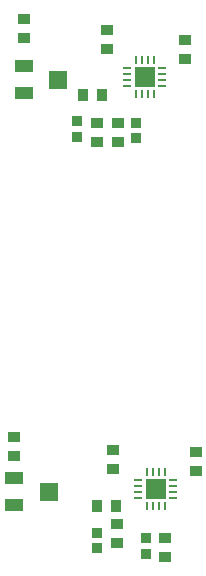
<source format=gbr>
%TF.GenerationSoftware,Altium Limited,Altium Designer,19.1.6 (110)*%
G04 Layer_Color=8421504*
%FSLAX26Y26*%
%MOIN*%
%TF.FileFunction,Paste,Top*%
%TF.Part,Single*%
G01*
G75*
%TA.AperFunction,SMDPad,CuDef*%
%ADD10R,0.039370X0.035433*%
%ADD11R,0.035433X0.033465*%
%ADD12R,0.035433X0.039370*%
%ADD13R,0.062992X0.062992*%
%ADD14R,0.062992X0.043307*%
%ADD15O,0.029528X0.009842*%
%ADD16O,0.009842X0.029528*%
%ADD17R,0.070866X0.070866*%
D10*
X-118000Y-309496D02*
D03*
Y-246504D02*
D03*
X-84000Y-554008D02*
D03*
Y-617000D02*
D03*
X-428000Y-1600504D02*
D03*
Y-1663496D02*
D03*
X73000Y-2001496D02*
D03*
Y-1938504D02*
D03*
X-99000Y-1708496D02*
D03*
Y-1645504D02*
D03*
X-86000Y-1892504D02*
D03*
Y-1955496D02*
D03*
X176000Y-1715496D02*
D03*
Y-1652504D02*
D03*
X-395496Y-272000D02*
D03*
Y-209008D02*
D03*
X-154000Y-617000D02*
D03*
Y-554008D02*
D03*
X141000Y-279008D02*
D03*
Y-342000D02*
D03*
D11*
X-24000Y-606095D02*
D03*
Y-554913D02*
D03*
X-152000Y-1971591D02*
D03*
Y-1920409D02*
D03*
X12000Y-1939409D02*
D03*
Y-1990591D02*
D03*
X-219000Y-549913D02*
D03*
Y-601094D02*
D03*
D12*
X-88504Y-1830000D02*
D03*
X-151496D02*
D03*
X-200496Y-460504D02*
D03*
X-137504D02*
D03*
D13*
X-313913Y-1784000D02*
D03*
X-283409Y-410504D02*
D03*
D14*
X-428087Y-1829276D02*
D03*
Y-1738724D02*
D03*
X-397583Y-365228D02*
D03*
Y-455779D02*
D03*
D15*
X101071Y-1804528D02*
D03*
Y-1784843D02*
D03*
Y-1765158D02*
D03*
Y-1745473D02*
D03*
X-15071D02*
D03*
Y-1765158D02*
D03*
Y-1784843D02*
D03*
Y-1804528D02*
D03*
X-51913Y-431370D02*
D03*
Y-411685D02*
D03*
Y-392000D02*
D03*
Y-372315D02*
D03*
X64228D02*
D03*
Y-392000D02*
D03*
Y-411685D02*
D03*
Y-431370D02*
D03*
D16*
X72528Y-1716929D02*
D03*
X52843D02*
D03*
X33157D02*
D03*
X13473D02*
D03*
Y-1833071D02*
D03*
X33157D02*
D03*
X52843D02*
D03*
X72528D02*
D03*
X35685Y-459913D02*
D03*
X16000D02*
D03*
X-3685D02*
D03*
X-23370D02*
D03*
Y-343772D02*
D03*
X-3685D02*
D03*
X16000D02*
D03*
X35685D02*
D03*
D17*
X43000Y-1775000D02*
D03*
X6157Y-401842D02*
D03*
%TF.MD5,493fa933c248cd3c6c7b02d85f4fd105*%
M02*

</source>
